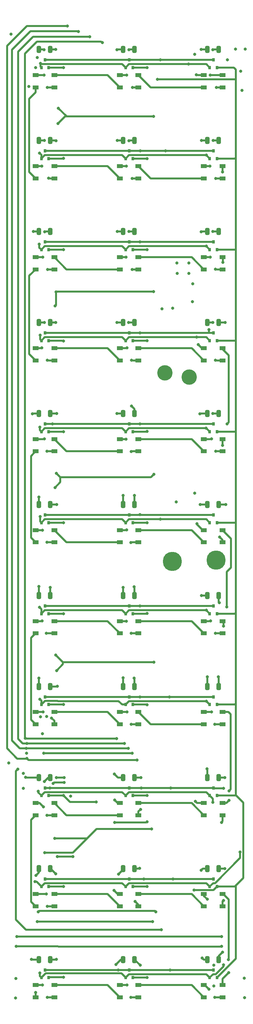
<source format=gbr>
%TF.GenerationSoftware,KiCad,Pcbnew,(6.0.7-1)-1*%
%TF.CreationDate,2023-12-02T14:15:26+01:00*%
%TF.ProjectId,11x3,31317833-2e6b-4696-9361-645f70636258,rev?*%
%TF.SameCoordinates,Original*%
%TF.FileFunction,Copper,L1,Top*%
%TF.FilePolarity,Positive*%
%FSLAX46Y46*%
G04 Gerber Fmt 4.6, Leading zero omitted, Abs format (unit mm)*
G04 Created by KiCad (PCBNEW (6.0.7-1)-1) date 2023-12-02 14:15:26*
%MOMM*%
%LPD*%
G01*
G04 APERTURE LIST*
G04 Aperture macros list*
%AMRoundRect*
0 Rectangle with rounded corners*
0 $1 Rounding radius*
0 $2 $3 $4 $5 $6 $7 $8 $9 X,Y pos of 4 corners*
0 Add a 4 corners polygon primitive as box body*
4,1,4,$2,$3,$4,$5,$6,$7,$8,$9,$2,$3,0*
0 Add four circle primitives for the rounded corners*
1,1,$1+$1,$2,$3*
1,1,$1+$1,$4,$5*
1,1,$1+$1,$6,$7*
1,1,$1+$1,$8,$9*
0 Add four rect primitives between the rounded corners*
20,1,$1+$1,$2,$3,$4,$5,0*
20,1,$1+$1,$4,$5,$6,$7,0*
20,1,$1+$1,$6,$7,$8,$9,0*
20,1,$1+$1,$8,$9,$2,$3,0*%
G04 Aperture macros list end*
%TA.AperFunction,SMDPad,CuDef*%
%ADD10R,1.500000X1.000000*%
%TD*%
%TA.AperFunction,SMDPad,CuDef*%
%ADD11R,0.800000X0.900000*%
%TD*%
%TA.AperFunction,SMDPad,CuDef*%
%ADD12RoundRect,0.250000X0.325000X0.650000X-0.325000X0.650000X-0.325000X-0.650000X0.325000X-0.650000X0*%
%TD*%
%TA.AperFunction,SMDPad,CuDef*%
%ADD13RoundRect,0.250000X-0.325000X-0.650000X0.325000X-0.650000X0.325000X0.650000X-0.325000X0.650000X0*%
%TD*%
%TA.AperFunction,ViaPad*%
%ADD14C,4.000000*%
%TD*%
%TA.AperFunction,ViaPad*%
%ADD15C,0.800000*%
%TD*%
%TA.AperFunction,ViaPad*%
%ADD16C,5.000000*%
%TD*%
%TA.AperFunction,Conductor*%
%ADD17C,0.500000*%
%TD*%
G04 APERTURE END LIST*
D10*
%TO.P,D1,1,VSS*%
%TO.N,GND*%
X57066201Y-39306401D03*
%TO.P,D1,2,DIN*%
%TO.N,Net-(D1-Pad2)*%
X57066201Y-42506401D03*
%TO.P,D1,3,VDD*%
%TO.N,P*%
X61966201Y-42506401D03*
%TO.P,D1,4,DOUT*%
%TO.N,Net-(D1-Pad4)*%
X61966201Y-39306401D03*
%TD*%
%TO.P,D2,1,VSS*%
%TO.N,GND*%
X79066201Y-39306401D03*
%TO.P,D2,2,DIN*%
%TO.N,Net-(D1-Pad4)*%
X79066201Y-42506401D03*
%TO.P,D2,3,VDD*%
%TO.N,P*%
X83966201Y-42506401D03*
%TO.P,D2,4,DOUT*%
%TO.N,Net-(D2-Pad4)*%
X83966201Y-39306401D03*
%TD*%
%TO.P,D3,1,VSS*%
%TO.N,GND*%
X101066201Y-39306401D03*
%TO.P,D3,2,DIN*%
%TO.N,Net-(D2-Pad4)*%
X101066201Y-42506401D03*
%TO.P,D3,3,VDD*%
%TO.N,P*%
X105966201Y-42506401D03*
%TO.P,D3,4,DOUT*%
%TO.N,LedOut*%
X105966201Y-39306401D03*
%TD*%
%TO.P,D4,1,VSS*%
%TO.N,GND*%
X61966201Y-66206401D03*
%TO.P,D4,2,DIN*%
%TO.N,Net-(D4-Pad2)*%
X61966201Y-63006401D03*
%TO.P,D4,3,VDD*%
%TO.N,P*%
X57066201Y-63006401D03*
%TO.P,D4,4,DOUT*%
%TO.N,Net-(D1-Pad2)*%
X57066201Y-66206401D03*
%TD*%
%TO.P,D5,1,VSS*%
%TO.N,GND*%
X83966201Y-66206401D03*
%TO.P,D5,2,DIN*%
%TO.N,Net-(D5-Pad2)*%
X83966201Y-63006401D03*
%TO.P,D5,3,VDD*%
%TO.N,P*%
X79066201Y-63006401D03*
%TO.P,D5,4,DOUT*%
%TO.N,Net-(D4-Pad2)*%
X79066201Y-66206401D03*
%TD*%
%TO.P,D6,1,VSS*%
%TO.N,GND*%
X105966201Y-66206401D03*
%TO.P,D6,2,DIN*%
%TO.N,Net-(D6-Pad2)*%
X105966201Y-63006401D03*
%TO.P,D6,3,VDD*%
%TO.N,P*%
X101066201Y-63006401D03*
%TO.P,D6,4,DOUT*%
%TO.N,Net-(D5-Pad2)*%
X101066201Y-66206401D03*
%TD*%
%TO.P,D7,1,VSS*%
%TO.N,GND*%
X57066201Y-86706401D03*
%TO.P,D7,2,DIN*%
%TO.N,Net-(D10-Pad4)*%
X57066201Y-89906401D03*
%TO.P,D7,3,VDD*%
%TO.N,P*%
X61966201Y-89906401D03*
%TO.P,D7,4,DOUT*%
%TO.N,Net-(D7-Pad4)*%
X61966201Y-86706401D03*
%TD*%
%TO.P,D8,1,VSS*%
%TO.N,GND*%
X79066201Y-86706401D03*
%TO.P,D8,2,DIN*%
%TO.N,Net-(D7-Pad4)*%
X79066201Y-89906401D03*
%TO.P,D8,3,VDD*%
%TO.N,P*%
X83966201Y-89906401D03*
%TO.P,D8,4,DOUT*%
%TO.N,Net-(D8-Pad4)*%
X83966201Y-86706401D03*
%TD*%
%TO.P,D9,1,VSS*%
%TO.N,GND*%
X101066201Y-86706401D03*
%TO.P,D9,2,DIN*%
%TO.N,Net-(D8-Pad4)*%
X101066201Y-89906401D03*
%TO.P,D9,3,VDD*%
%TO.N,P*%
X105966201Y-89906401D03*
%TO.P,D9,4,DOUT*%
%TO.N,Net-(D6-Pad2)*%
X105966201Y-86706401D03*
%TD*%
%TO.P,D10,1,VSS*%
%TO.N,GND*%
X61966201Y-113606401D03*
%TO.P,D10,2,DIN*%
%TO.N,Net-(D10-Pad2)*%
X61966201Y-110406401D03*
%TO.P,D10,3,VDD*%
%TO.N,P*%
X57066201Y-110406401D03*
%TO.P,D10,4,DOUT*%
%TO.N,Net-(D10-Pad4)*%
X57066201Y-113606401D03*
%TD*%
%TO.P,D11,1,VSS*%
%TO.N,GND*%
X83966201Y-113606401D03*
%TO.P,D11,2,DIN*%
%TO.N,Net-(D11-Pad2)*%
X83966201Y-110406401D03*
%TO.P,D11,3,VDD*%
%TO.N,P*%
X79066201Y-110406401D03*
%TO.P,D11,4,DOUT*%
%TO.N,Net-(D10-Pad2)*%
X79066201Y-113606401D03*
%TD*%
%TO.P,D12,1,VSS*%
%TO.N,GND*%
X105966201Y-113606401D03*
%TO.P,D12,2,DIN*%
%TO.N,Net-(D12-Pad2)*%
X105966201Y-110406401D03*
%TO.P,D12,3,VDD*%
%TO.N,P*%
X101066201Y-110406401D03*
%TO.P,D12,4,DOUT*%
%TO.N,Net-(D11-Pad2)*%
X101066201Y-113606401D03*
%TD*%
%TO.P,D13,1,VSS*%
%TO.N,GND*%
X57066201Y-134106401D03*
%TO.P,D13,2,DIN*%
%TO.N,Net-(D13-Pad2)*%
X57066201Y-137306401D03*
%TO.P,D13,3,VDD*%
%TO.N,P*%
X61966201Y-137306401D03*
%TO.P,D13,4,DOUT*%
%TO.N,Net-(D13-Pad4)*%
X61966201Y-134106401D03*
%TD*%
%TO.P,D14,1,VSS*%
%TO.N,GND*%
X79066201Y-134106401D03*
%TO.P,D14,2,DIN*%
%TO.N,Net-(D13-Pad4)*%
X79066201Y-137306401D03*
%TO.P,D14,3,VDD*%
%TO.N,P*%
X83966201Y-137306401D03*
%TO.P,D14,4,DOUT*%
%TO.N,Net-(D14-Pad4)*%
X83966201Y-134106401D03*
%TD*%
%TO.P,D15,1,VSS*%
%TO.N,GND*%
X101066201Y-134106401D03*
%TO.P,D15,2,DIN*%
%TO.N,Net-(D14-Pad4)*%
X101066201Y-137306401D03*
%TO.P,D15,3,VDD*%
%TO.N,P*%
X105966201Y-137306401D03*
%TO.P,D15,4,DOUT*%
%TO.N,Net-(D12-Pad2)*%
X105966201Y-134106401D03*
%TD*%
%TO.P,D16,1,VSS*%
%TO.N,GND*%
X61966201Y-161006401D03*
%TO.P,D16,2,DIN*%
%TO.N,Net-(D16-Pad2)*%
X61966201Y-157806401D03*
%TO.P,D16,3,VDD*%
%TO.N,P*%
X57066201Y-157806401D03*
%TO.P,D16,4,DOUT*%
%TO.N,Net-(D13-Pad2)*%
X57066201Y-161006401D03*
%TD*%
%TO.P,D17,1,VSS*%
%TO.N,GND*%
X83966201Y-161006401D03*
%TO.P,D17,2,DIN*%
%TO.N,Net-(D17-Pad2)*%
X83966201Y-157806401D03*
%TO.P,D17,3,VDD*%
%TO.N,P*%
X79066201Y-157806401D03*
%TO.P,D17,4,DOUT*%
%TO.N,Net-(D16-Pad2)*%
X79066201Y-161006401D03*
%TD*%
%TO.P,D18,1,VSS*%
%TO.N,GND*%
X105966201Y-161006401D03*
%TO.P,D18,2,DIN*%
%TO.N,Net-(D18-Pad2)*%
X105966201Y-157806401D03*
%TO.P,D18,3,VDD*%
%TO.N,P*%
X101066201Y-157806401D03*
%TO.P,D18,4,DOUT*%
%TO.N,Net-(D17-Pad2)*%
X101066201Y-161006401D03*
%TD*%
%TO.P,D19,1,VSS*%
%TO.N,GND*%
X57066201Y-181506401D03*
%TO.P,D19,2,DIN*%
%TO.N,Net-(D19-Pad2)*%
X57066201Y-184706401D03*
%TO.P,D19,3,VDD*%
%TO.N,P*%
X61966201Y-184706401D03*
%TO.P,D19,4,DOUT*%
%TO.N,Net-(D19-Pad4)*%
X61966201Y-181506401D03*
%TD*%
%TO.P,D20,1,VSS*%
%TO.N,GND*%
X79066201Y-181506401D03*
%TO.P,D20,2,DIN*%
%TO.N,Net-(D19-Pad4)*%
X79066201Y-184706401D03*
%TO.P,D20,3,VDD*%
%TO.N,P*%
X83966201Y-184706401D03*
%TO.P,D20,4,DOUT*%
%TO.N,Net-(D20-Pad4)*%
X83966201Y-181506401D03*
%TD*%
%TO.P,D21,1,VSS*%
%TO.N,GND*%
X101066201Y-181506401D03*
%TO.P,D21,2,DIN*%
%TO.N,Net-(D20-Pad4)*%
X101066201Y-184706401D03*
%TO.P,D21,3,VDD*%
%TO.N,P*%
X105966201Y-184706401D03*
%TO.P,D21,4,DOUT*%
%TO.N,Net-(D18-Pad2)*%
X105966201Y-181506401D03*
%TD*%
%TO.P,D22,1,VSS*%
%TO.N,GND*%
X61966201Y-208406401D03*
%TO.P,D22,2,DIN*%
%TO.N,Net-(D22-Pad2)*%
X61966201Y-205206401D03*
%TO.P,D22,3,VDD*%
%TO.N,P*%
X57066201Y-205206401D03*
%TO.P,D22,4,DOUT*%
%TO.N,Net-(D19-Pad2)*%
X57066201Y-208406401D03*
%TD*%
%TO.P,D23,1,VSS*%
%TO.N,GND*%
X83966201Y-208406401D03*
%TO.P,D23,2,DIN*%
%TO.N,Net-(D23-Pad2)*%
X83966201Y-205206401D03*
%TO.P,D23,3,VDD*%
%TO.N,P*%
X79066201Y-205206401D03*
%TO.P,D23,4,DOUT*%
%TO.N,Net-(D22-Pad2)*%
X79066201Y-208406401D03*
%TD*%
%TO.P,D24,1,VSS*%
%TO.N,GND*%
X105966201Y-208406401D03*
%TO.P,D24,2,DIN*%
%TO.N,Net-(D24-Pad2)*%
X105966201Y-205206401D03*
%TO.P,D24,3,VDD*%
%TO.N,P*%
X101066201Y-205206401D03*
%TO.P,D24,4,DOUT*%
%TO.N,Net-(D23-Pad2)*%
X101066201Y-208406401D03*
%TD*%
D11*
%TO.P,U1,1,VCC*%
%TO.N,PQ1*%
X58590000Y-37360000D03*
%TO.P,U1,2,OUT*%
%TO.N,HallOut1*%
X60490000Y-37360000D03*
%TO.P,U1,3,GND*%
%TO.N,AGND*%
X59540000Y-35360000D03*
%TD*%
%TO.P,U2,1,VCC*%
%TO.N,PQ1*%
X80590000Y-37360000D03*
%TO.P,U2,2,OUT*%
%TO.N,HallOut2*%
X82490000Y-37360000D03*
%TO.P,U2,3,GND*%
%TO.N,AGND*%
X81540000Y-35360000D03*
%TD*%
%TO.P,U3,1,VCC*%
%TO.N,PQ1*%
X102590000Y-37360000D03*
%TO.P,U3,2,OUT*%
%TO.N,HallOut3*%
X104490000Y-37360000D03*
%TO.P,U3,3,GND*%
%TO.N,AGND*%
X103540000Y-35360000D03*
%TD*%
%TO.P,U4,1,VCC*%
%TO.N,PQ2*%
X58590000Y-61060000D03*
%TO.P,U4,2,OUT*%
%TO.N,HallOut1*%
X60490000Y-61060000D03*
%TO.P,U4,3,GND*%
%TO.N,AGND*%
X59540000Y-59060000D03*
%TD*%
%TO.P,U5,1,VCC*%
%TO.N,PQ2*%
X80590000Y-61060000D03*
%TO.P,U5,2,OUT*%
%TO.N,HallOut2*%
X82490000Y-61060000D03*
%TO.P,U5,3,GND*%
%TO.N,AGND*%
X81540000Y-59060000D03*
%TD*%
%TO.P,U6,1,VCC*%
%TO.N,PQ2*%
X102590000Y-61060000D03*
%TO.P,U6,2,OUT*%
%TO.N,HallOut3*%
X104490000Y-61060000D03*
%TO.P,U6,3,GND*%
%TO.N,AGND*%
X103540000Y-59060000D03*
%TD*%
%TO.P,U7,1,VCC*%
%TO.N,PQ3*%
X58590000Y-84760000D03*
%TO.P,U7,2,OUT*%
%TO.N,HallOut1*%
X60490000Y-84760000D03*
%TO.P,U7,3,GND*%
%TO.N,AGND*%
X59540000Y-82760000D03*
%TD*%
%TO.P,U8,1,VCC*%
%TO.N,PQ3*%
X80590000Y-84760000D03*
%TO.P,U8,2,OUT*%
%TO.N,HallOut2*%
X82490000Y-84760000D03*
%TO.P,U8,3,GND*%
%TO.N,AGND*%
X81540000Y-82760000D03*
%TD*%
%TO.P,U9,1,VCC*%
%TO.N,PQ3*%
X102590000Y-84760000D03*
%TO.P,U9,2,OUT*%
%TO.N,HallOut3*%
X104490000Y-84760000D03*
%TO.P,U9,3,GND*%
%TO.N,AGND*%
X103540000Y-82760000D03*
%TD*%
%TO.P,U10,1,VCC*%
%TO.N,PQ4*%
X58590000Y-108460000D03*
%TO.P,U10,2,OUT*%
%TO.N,HallOut1*%
X60490000Y-108460000D03*
%TO.P,U10,3,GND*%
%TO.N,AGND*%
X59540000Y-106460000D03*
%TD*%
%TO.P,U11,1,VCC*%
%TO.N,PQ4*%
X80590000Y-108460000D03*
%TO.P,U11,2,OUT*%
%TO.N,HallOut2*%
X82490000Y-108460000D03*
%TO.P,U11,3,GND*%
%TO.N,AGND*%
X81540000Y-106460000D03*
%TD*%
%TO.P,U12,1,VCC*%
%TO.N,PQ4*%
X102590000Y-108460000D03*
%TO.P,U12,2,OUT*%
%TO.N,HallOut3*%
X104490000Y-108460000D03*
%TO.P,U12,3,GND*%
%TO.N,AGND*%
X103540000Y-106460000D03*
%TD*%
%TO.P,U13,1,VCC*%
%TO.N,PQ5*%
X58590000Y-132160000D03*
%TO.P,U13,2,OUT*%
%TO.N,HallOut1*%
X60490000Y-132160000D03*
%TO.P,U13,3,GND*%
%TO.N,AGND*%
X59540000Y-130160000D03*
%TD*%
%TO.P,U14,1,VCC*%
%TO.N,PQ5*%
X80590000Y-132160000D03*
%TO.P,U14,2,OUT*%
%TO.N,HallOut2*%
X82490000Y-132160000D03*
%TO.P,U14,3,GND*%
%TO.N,AGND*%
X81540000Y-130160000D03*
%TD*%
%TO.P,U15,1,VCC*%
%TO.N,PQ5*%
X102590000Y-132160000D03*
%TO.P,U15,2,OUT*%
%TO.N,HallOut3*%
X104490000Y-132160000D03*
%TO.P,U15,3,GND*%
%TO.N,AGND*%
X103540000Y-130160000D03*
%TD*%
%TO.P,U16,1,VCC*%
%TO.N,PQ6*%
X58590000Y-155860000D03*
%TO.P,U16,2,OUT*%
%TO.N,HallOut1*%
X60490000Y-155860000D03*
%TO.P,U16,3,GND*%
%TO.N,AGND*%
X59540000Y-153860000D03*
%TD*%
%TO.P,U17,1,VCC*%
%TO.N,PQ6*%
X80590000Y-155860000D03*
%TO.P,U17,2,OUT*%
%TO.N,HallOut2*%
X82490000Y-155860000D03*
%TO.P,U17,3,GND*%
%TO.N,AGND*%
X81540000Y-153860000D03*
%TD*%
%TO.P,U18,1,VCC*%
%TO.N,PQ6*%
X102590000Y-155860000D03*
%TO.P,U18,2,OUT*%
%TO.N,HallOut3*%
X104490000Y-155860000D03*
%TO.P,U18,3,GND*%
%TO.N,AGND*%
X103540000Y-153860000D03*
%TD*%
%TO.P,U19,1,VCC*%
%TO.N,PQ7*%
X58590000Y-179560000D03*
%TO.P,U19,2,OUT*%
%TO.N,HallOut1*%
X60490000Y-179560000D03*
%TO.P,U19,3,GND*%
%TO.N,AGND*%
X59540000Y-177560000D03*
%TD*%
%TO.P,U20,1,VCC*%
%TO.N,PQ7*%
X80590000Y-179560000D03*
%TO.P,U20,2,OUT*%
%TO.N,HallOut2*%
X82490000Y-179560000D03*
%TO.P,U20,3,GND*%
%TO.N,AGND*%
X81540000Y-177560000D03*
%TD*%
%TO.P,U21,1,VCC*%
%TO.N,PQ7*%
X102590000Y-179560000D03*
%TO.P,U21,2,OUT*%
%TO.N,HallOut3*%
X104490000Y-179560000D03*
%TO.P,U21,3,GND*%
%TO.N,AGND*%
X103540000Y-177560000D03*
%TD*%
%TO.P,U22,1,VCC*%
%TO.N,PQ8*%
X58590000Y-203260000D03*
%TO.P,U22,2,OUT*%
%TO.N,HallOut1*%
X60490000Y-203260000D03*
%TO.P,U22,3,GND*%
%TO.N,AGND*%
X59540000Y-201260000D03*
%TD*%
%TO.P,U23,1,VCC*%
%TO.N,PQ8*%
X80590000Y-203260000D03*
%TO.P,U23,2,OUT*%
%TO.N,HallOut2*%
X82490000Y-203260000D03*
%TO.P,U23,3,GND*%
%TO.N,AGND*%
X81540000Y-201260000D03*
%TD*%
%TO.P,U24,1,VCC*%
%TO.N,PQ8*%
X102590000Y-203260000D03*
%TO.P,U24,2,OUT*%
%TO.N,HallOut3*%
X104490000Y-203260000D03*
%TO.P,U24,3,GND*%
%TO.N,AGND*%
X103540000Y-201260000D03*
%TD*%
%TO.P,U29,1,VCC*%
%TO.N,PQ10*%
X80590000Y-250660000D03*
%TO.P,U29,2,OUT*%
%TO.N,HallOut2*%
X82490000Y-250660000D03*
%TO.P,U29,3,GND*%
%TO.N,AGND*%
X81540000Y-248660000D03*
%TD*%
D12*
%TO.P,C1,1*%
%TO.N,P*%
X60891800Y-32660000D03*
%TO.P,C1,2*%
%TO.N,GND*%
X57941800Y-32660000D03*
%TD*%
D13*
%TO.P,C26,1*%
%TO.N,P*%
X79941800Y-222260000D03*
%TO.P,C26,2*%
%TO.N,GND*%
X82891800Y-222260000D03*
%TD*%
D12*
%TO.P,C14,1*%
%TO.N,P*%
X82891800Y-127460000D03*
%TO.P,C14,2*%
%TO.N,GND*%
X79941800Y-127460000D03*
%TD*%
D10*
%TO.P,D27,1,VSS*%
%TO.N,GND*%
X101066201Y-228906401D03*
%TO.P,D27,2,DIN*%
%TO.N,Net-(D26-Pad4)*%
X101066201Y-232106401D03*
%TO.P,D27,3,VDD*%
%TO.N,P*%
X105966201Y-232106401D03*
%TO.P,D27,4,DOUT*%
%TO.N,Net-(D24-Pad2)*%
X105966201Y-228906401D03*
%TD*%
%TO.P,D31,1,VSS*%
%TO.N,GND*%
X57066201Y-276306401D03*
%TO.P,D31,2,DIN*%
%TO.N,LedIn*%
X57066201Y-279506401D03*
%TO.P,D31,3,VDD*%
%TO.N,P*%
X61966201Y-279506401D03*
%TO.P,D31,4,DOUT*%
%TO.N,Net-(D31-Pad4)*%
X61966201Y-276306401D03*
%TD*%
D12*
%TO.P,C8,1*%
%TO.N,P*%
X82891800Y-80060000D03*
%TO.P,C8,2*%
%TO.N,GND*%
X79941800Y-80060000D03*
%TD*%
D10*
%TO.P,D29,1,VSS*%
%TO.N,GND*%
X83966201Y-255806401D03*
%TO.P,D29,2,DIN*%
%TO.N,Net-(D29-Pad2)*%
X83966201Y-252606401D03*
%TO.P,D29,3,VDD*%
%TO.N,P*%
X79066201Y-252606401D03*
%TO.P,D29,4,DOUT*%
%TO.N,Net-(D28-Pad2)*%
X79066201Y-255806401D03*
%TD*%
D12*
%TO.P,C9,1*%
%TO.N,P*%
X104891800Y-80060000D03*
%TO.P,C9,2*%
%TO.N,GND*%
X101941800Y-80060000D03*
%TD*%
%TO.P,C19,1*%
%TO.N,P*%
X60891800Y-174860000D03*
%TO.P,C19,2*%
%TO.N,GND*%
X57941800Y-174860000D03*
%TD*%
%TO.P,C7,1*%
%TO.N,P*%
X60891800Y-80060000D03*
%TO.P,C7,2*%
%TO.N,GND*%
X57941800Y-80060000D03*
%TD*%
D13*
%TO.P,C4,1*%
%TO.N,P*%
X57941800Y-56360000D03*
%TO.P,C4,2*%
%TO.N,GND*%
X60891800Y-56360000D03*
%TD*%
D11*
%TO.P,U28,1,VCC*%
%TO.N,PQ10*%
X58590000Y-250660000D03*
%TO.P,U28,2,OUT*%
%TO.N,HallOut1*%
X60490000Y-250660000D03*
%TO.P,U28,3,GND*%
%TO.N,AGND*%
X59540000Y-248660000D03*
%TD*%
%TO.P,U26,1,VCC*%
%TO.N,PQ9*%
X80590000Y-226960000D03*
%TO.P,U26,2,OUT*%
%TO.N,HallOut2*%
X82490000Y-226960000D03*
%TO.P,U26,3,GND*%
%TO.N,AGND*%
X81540000Y-224960000D03*
%TD*%
D13*
%TO.P,C25,1*%
%TO.N,P*%
X57941800Y-222260000D03*
%TO.P,C25,2*%
%TO.N,GND*%
X60891800Y-222260000D03*
%TD*%
D11*
%TO.P,U32,1,VCC*%
%TO.N,PQ11*%
X80590000Y-274360000D03*
%TO.P,U32,2,OUT*%
%TO.N,HallOut2*%
X82490000Y-274360000D03*
%TO.P,U32,3,GND*%
%TO.N,AGND*%
X81540000Y-272360000D03*
%TD*%
D13*
%TO.P,C23,1*%
%TO.N,P*%
X79941800Y-198560000D03*
%TO.P,C23,2*%
%TO.N,GND*%
X82891800Y-198560000D03*
%TD*%
D12*
%TO.P,C13,1*%
%TO.N,P*%
X60891800Y-127460000D03*
%TO.P,C13,2*%
%TO.N,GND*%
X57941800Y-127460000D03*
%TD*%
D10*
%TO.P,D26,1,VSS*%
%TO.N,GND*%
X79066201Y-228906401D03*
%TO.P,D26,2,DIN*%
%TO.N,Net-(D25-Pad4)*%
X79066201Y-232106401D03*
%TO.P,D26,3,VDD*%
%TO.N,P*%
X83966201Y-232106401D03*
%TO.P,D26,4,DOUT*%
%TO.N,Net-(D26-Pad4)*%
X83966201Y-228906401D03*
%TD*%
D11*
%TO.P,U30,1,VCC*%
%TO.N,PQ10*%
X102590000Y-250660000D03*
%TO.P,U30,2,OUT*%
%TO.N,HallOut3*%
X104490000Y-250660000D03*
%TO.P,U30,3,GND*%
%TO.N,AGND*%
X103540000Y-248660000D03*
%TD*%
D13*
%TO.P,C30,1*%
%TO.N,P*%
X101941800Y-245960000D03*
%TO.P,C30,2*%
%TO.N,GND*%
X104891800Y-245960000D03*
%TD*%
D12*
%TO.P,C32,1*%
%TO.N,P*%
X82891800Y-269660000D03*
%TO.P,C32,2*%
%TO.N,GND*%
X79941800Y-269660000D03*
%TD*%
D10*
%TO.P,D30,1,VSS*%
%TO.N,GND*%
X105966201Y-255806401D03*
%TO.P,D30,2,DIN*%
%TO.N,Net-(D30-Pad2)*%
X105966201Y-252606401D03*
%TO.P,D30,3,VDD*%
%TO.N,P*%
X101066201Y-252606401D03*
%TO.P,D30,4,DOUT*%
%TO.N,Net-(D29-Pad2)*%
X101066201Y-255806401D03*
%TD*%
D13*
%TO.P,C27,1*%
%TO.N,P*%
X101941800Y-222260000D03*
%TO.P,C27,2*%
%TO.N,GND*%
X104891800Y-222260000D03*
%TD*%
%TO.P,C22,1*%
%TO.N,P*%
X57941800Y-198560000D03*
%TO.P,C22,2*%
%TO.N,GND*%
X60891800Y-198560000D03*
%TD*%
D10*
%TO.P,D28,1,VSS*%
%TO.N,GND*%
X61966201Y-255806401D03*
%TO.P,D28,2,DIN*%
%TO.N,Net-(D28-Pad2)*%
X61966201Y-252606401D03*
%TO.P,D28,3,VDD*%
%TO.N,P*%
X57066201Y-252606401D03*
%TO.P,D28,4,DOUT*%
%TO.N,Net-(D25-Pad2)*%
X57066201Y-255806401D03*
%TD*%
%TO.P,D25,1,VSS*%
%TO.N,GND*%
X57066201Y-228906401D03*
%TO.P,D25,2,DIN*%
%TO.N,Net-(D25-Pad2)*%
X57066201Y-232106401D03*
%TO.P,D25,3,VDD*%
%TO.N,P*%
X61966201Y-232106401D03*
%TO.P,D25,4,DOUT*%
%TO.N,Net-(D25-Pad4)*%
X61966201Y-228906401D03*
%TD*%
D11*
%TO.P,U33,1,VCC*%
%TO.N,PQ11*%
X102590000Y-274360000D03*
%TO.P,U33,2,OUT*%
%TO.N,HallOut3*%
X104490000Y-274360000D03*
%TO.P,U33,3,GND*%
%TO.N,AGND*%
X103540000Y-272360000D03*
%TD*%
D13*
%TO.P,C12,1*%
%TO.N,P*%
X101941800Y-103760000D03*
%TO.P,C12,2*%
%TO.N,GND*%
X104891800Y-103760000D03*
%TD*%
%TO.P,C11,1*%
%TO.N,P*%
X79941800Y-103760000D03*
%TO.P,C11,2*%
%TO.N,GND*%
X82891800Y-103760000D03*
%TD*%
D12*
%TO.P,C33,1*%
%TO.N,P*%
X104891800Y-269660000D03*
%TO.P,C33,2*%
%TO.N,GND*%
X101941800Y-269660000D03*
%TD*%
D11*
%TO.P,U25,1,VCC*%
%TO.N,PQ9*%
X58590000Y-226960000D03*
%TO.P,U25,2,OUT*%
%TO.N,HallOut1*%
X60490000Y-226960000D03*
%TO.P,U25,3,GND*%
%TO.N,AGND*%
X59540000Y-224960000D03*
%TD*%
D13*
%TO.P,C17,1*%
%TO.N,P*%
X79941800Y-151160000D03*
%TO.P,C17,2*%
%TO.N,GND*%
X82891800Y-151160000D03*
%TD*%
D12*
%TO.P,C15,1*%
%TO.N,P*%
X104891800Y-127460000D03*
%TO.P,C15,2*%
%TO.N,GND*%
X101941800Y-127460000D03*
%TD*%
D13*
%TO.P,C10,1*%
%TO.N,P*%
X57941800Y-103760000D03*
%TO.P,C10,2*%
%TO.N,GND*%
X60891800Y-103760000D03*
%TD*%
%TO.P,C5,1*%
%TO.N,P*%
X79941800Y-56360000D03*
%TO.P,C5,2*%
%TO.N,GND*%
X82891800Y-56360000D03*
%TD*%
%TO.P,C24,1*%
%TO.N,P*%
X101941800Y-198560000D03*
%TO.P,C24,2*%
%TO.N,GND*%
X104891800Y-198560000D03*
%TD*%
D12*
%TO.P,C3,1*%
%TO.N,P*%
X104891800Y-32660000D03*
%TO.P,C3,2*%
%TO.N,GND*%
X101941800Y-32660000D03*
%TD*%
D13*
%TO.P,C6,1*%
%TO.N,P*%
X101941800Y-56360000D03*
%TO.P,C6,2*%
%TO.N,GND*%
X104891800Y-56360000D03*
%TD*%
D11*
%TO.P,U27,1,VCC*%
%TO.N,PQ9*%
X102590000Y-226960000D03*
%TO.P,U27,2,OUT*%
%TO.N,HallOut3*%
X104490000Y-226960000D03*
%TO.P,U27,3,GND*%
%TO.N,AGND*%
X103540000Y-224960000D03*
%TD*%
D12*
%TO.P,C2,1*%
%TO.N,P*%
X82891800Y-32660000D03*
%TO.P,C2,2*%
%TO.N,GND*%
X79941800Y-32660000D03*
%TD*%
D13*
%TO.P,C18,1*%
%TO.N,P*%
X101941800Y-151160000D03*
%TO.P,C18,2*%
%TO.N,GND*%
X104891800Y-151160000D03*
%TD*%
D12*
%TO.P,C21,1*%
%TO.N,P*%
X104891800Y-174860000D03*
%TO.P,C21,2*%
%TO.N,GND*%
X101941800Y-174860000D03*
%TD*%
D13*
%TO.P,C29,1*%
%TO.N,P*%
X79941800Y-245960000D03*
%TO.P,C29,2*%
%TO.N,GND*%
X82891800Y-245960000D03*
%TD*%
D10*
%TO.P,D33,1,VSS*%
%TO.N,GND*%
X101066201Y-276306401D03*
%TO.P,D33,2,DIN*%
%TO.N,Net-(D32-Pad4)*%
X101066201Y-279506401D03*
%TO.P,D33,3,VDD*%
%TO.N,P*%
X105966201Y-279506401D03*
%TO.P,D33,4,DOUT*%
%TO.N,Net-(D30-Pad2)*%
X105966201Y-276306401D03*
%TD*%
D13*
%TO.P,C28,1*%
%TO.N,P*%
X57941800Y-245960000D03*
%TO.P,C28,2*%
%TO.N,GND*%
X60891800Y-245960000D03*
%TD*%
%TO.P,C16,1*%
%TO.N,P*%
X57941800Y-151160000D03*
%TO.P,C16,2*%
%TO.N,GND*%
X60891800Y-151160000D03*
%TD*%
D12*
%TO.P,C31,1*%
%TO.N,P*%
X60891800Y-269660000D03*
%TO.P,C31,2*%
%TO.N,GND*%
X57941800Y-269660000D03*
%TD*%
D10*
%TO.P,D32,1,VSS*%
%TO.N,GND*%
X79066201Y-276306401D03*
%TO.P,D32,2,DIN*%
%TO.N,Net-(D31-Pad4)*%
X79066201Y-279506401D03*
%TO.P,D32,3,VDD*%
%TO.N,P*%
X83966201Y-279506401D03*
%TO.P,D32,4,DOUT*%
%TO.N,Net-(D32-Pad4)*%
X83966201Y-276306401D03*
%TD*%
D12*
%TO.P,C20,1*%
%TO.N,P*%
X82891800Y-174860000D03*
%TO.P,C20,2*%
%TO.N,GND*%
X79941800Y-174860000D03*
%TD*%
D11*
%TO.P,U31,1,VCC*%
%TO.N,PQ11*%
X58590000Y-274360000D03*
%TO.P,U31,2,OUT*%
%TO.N,HallOut1*%
X60490000Y-274360000D03*
%TO.P,U31,3,GND*%
%TO.N,AGND*%
X59540000Y-272360000D03*
%TD*%
D14*
%TO.N,P*%
X97200000Y-118000000D03*
%TO.N,GND*%
X90900000Y-116850000D03*
D15*
%TO.N,P*%
X94000000Y-88280000D03*
X62520000Y-269640000D03*
X77660000Y-221340000D03*
X104040000Y-89890000D03*
D16*
X92790000Y-165960000D03*
D15*
X103040000Y-205160000D03*
X59900000Y-184700000D03*
X109360000Y-32560000D03*
X62350000Y-32660000D03*
X60220000Y-89900000D03*
X99550000Y-109470000D03*
X103620000Y-271140000D03*
X80930000Y-110360000D03*
X58390000Y-206470000D03*
X82380000Y-42490000D03*
X81470000Y-80060000D03*
X54490000Y-222200000D03*
X82050000Y-137350000D03*
X84410000Y-271150000D03*
X57930000Y-196340000D03*
X57520000Y-34740000D03*
X103920000Y-279530000D03*
X57210000Y-247730000D03*
X104160000Y-137300000D03*
X55280000Y-42270000D03*
X100400000Y-56360000D03*
X80930000Y-205150000D03*
X84488500Y-230539312D03*
X99260000Y-156190000D03*
X82170000Y-125520000D03*
X98630000Y-33880000D03*
X53880000Y-221150000D03*
X111670000Y-279590000D03*
X110990000Y-43320000D03*
X58860000Y-210810000D03*
X80800000Y-63010000D03*
X79940000Y-148770000D03*
X60170000Y-42490000D03*
X60080000Y-137280000D03*
X100330000Y-246380000D03*
X58700000Y-110380000D03*
X54730000Y-215950000D03*
X51820000Y-279700000D03*
X57950000Y-149210000D03*
X80870000Y-157780000D03*
X59370000Y-103750000D03*
X60110000Y-279540000D03*
X81490000Y-32670000D03*
X105080000Y-176740000D03*
X77580000Y-251650000D03*
X59410000Y-56360000D03*
X103390000Y-127440000D03*
X105950000Y-267730000D03*
X58660000Y-63020000D03*
X101950000Y-253970000D03*
X59070000Y-205190000D03*
X82840000Y-172590000D03*
X79960000Y-196260000D03*
X105664000Y-233934000D03*
X82010000Y-279490000D03*
X104370000Y-42530000D03*
X59870000Y-252550000D03*
X101854000Y-219964000D03*
X101940000Y-196010000D03*
X78410000Y-56330000D03*
X60870000Y-172730000D03*
X62560000Y-127450000D03*
X103420000Y-32670000D03*
X100090000Y-151160000D03*
X78310000Y-103780000D03*
X82040000Y-184690000D03*
X103420000Y-80060000D03*
X60060000Y-232090000D03*
X93810000Y-150470000D03*
X58870000Y-157820000D03*
X78740000Y-247396000D03*
X82320000Y-89900000D03*
X59480000Y-80100000D03*
X98120000Y-93690000D03*
X103410000Y-103710000D03*
X104080000Y-184700000D03*
X94110000Y-90950000D03*
X102670000Y-62990000D03*
%TO.N,LedIn*%
X57070000Y-278270000D03*
%TO.N,P3.3*%
X62550000Y-194430000D03*
X88010000Y-192250000D03*
X62950000Y-51930000D03*
X62150000Y-146740000D03*
X59436000Y-241808000D03*
X87870000Y-50090000D03*
X88000000Y-143280000D03*
X62390000Y-95810000D03*
X62340000Y-190370000D03*
X63030000Y-47920000D03*
X87430000Y-235630000D03*
X87870000Y-95660000D03*
X62500000Y-143030000D03*
X62170000Y-99460000D03*
X62110000Y-238100000D03*
%TO.N,GND*%
X104120000Y-113600000D03*
X57900000Y-172480000D03*
X58920000Y-86710000D03*
X100370000Y-80080000D03*
X81000000Y-276300000D03*
X51940000Y-274600000D03*
X82150000Y-113590000D03*
X104160000Y-66220000D03*
X98830000Y-228490000D03*
X106650000Y-103760000D03*
X56000000Y-269620000D03*
X56230000Y-127500000D03*
X82880000Y-148810000D03*
X60060000Y-160980000D03*
X105170000Y-159620000D03*
X78370000Y-32680000D03*
X60470000Y-66180000D03*
X60120000Y-113590000D03*
X103460000Y-56330000D03*
X60170000Y-255800000D03*
X84582000Y-222250000D03*
X98080000Y-98280000D03*
X78330000Y-127450000D03*
X59290000Y-39310000D03*
X80790000Y-181520000D03*
X57060000Y-37330000D03*
X78400000Y-80060000D03*
X80840000Y-39320000D03*
X104820000Y-196010000D03*
X59360000Y-134070000D03*
X100000000Y-127510000D03*
X106550000Y-222250000D03*
X106172000Y-254254000D03*
X62360000Y-103740000D03*
X81470000Y-56370000D03*
X80720000Y-86730000D03*
X111910000Y-32530000D03*
X106520000Y-245980000D03*
X59390000Y-223280000D03*
X62790000Y-198500000D03*
X50660000Y-28600000D03*
X100460000Y-174860000D03*
X81950000Y-161020000D03*
X78070000Y-270920000D03*
X110650000Y-38250000D03*
X90130000Y-100180000D03*
X66200000Y-227100000D03*
X58890000Y-276310000D03*
X99050000Y-39220000D03*
X82290000Y-66210000D03*
X59320000Y-32670000D03*
X79940000Y-172710000D03*
X82070000Y-208400000D03*
X106810000Y-151120000D03*
X59130000Y-229930000D03*
X83100000Y-254550000D03*
X97170000Y-88260000D03*
X50038000Y-218440000D03*
X58780000Y-181440000D03*
X100340000Y-32660000D03*
X84240500Y-245872000D03*
X103900000Y-208400000D03*
X102362000Y-277368000D03*
X107220000Y-35310000D03*
X102740000Y-86690000D03*
X59990000Y-206360000D03*
X77724000Y-228092000D03*
X82830000Y-196330000D03*
X62340000Y-247320000D03*
X98620000Y-148220000D03*
X61260000Y-206770000D03*
X97160000Y-90960000D03*
X81400000Y-103750000D03*
X62620000Y-151120000D03*
X53860000Y-225050000D03*
X100584000Y-269240000D03*
X111600000Y-274500000D03*
D16*
X104220000Y-165620000D03*
D15*
X80700000Y-134120000D03*
X102850000Y-181480000D03*
X103050000Y-134090000D03*
X56490000Y-80060000D03*
X92920000Y-100050000D03*
X103650000Y-276570000D03*
X62440000Y-56380000D03*
%TO.N,Net-(D12-Pad2)*%
X105900000Y-135740000D03*
X107140000Y-130180000D03*
%TO.N,Net-(D6-Pad2)*%
X105980000Y-64510000D03*
X106010000Y-88050000D03*
%TO.N,Net-(D18-Pad2)*%
X107020000Y-177840000D03*
X106190000Y-182810000D03*
%TO.N,Net-(D24-Pad2)*%
X107640000Y-228210000D03*
X107620000Y-225710000D03*
%TO.N,A2*%
X81280000Y-214630000D03*
X68270000Y-27950000D03*
X54650000Y-214640000D03*
%TO.N,E*%
X83566000Y-217678000D03*
X65420000Y-26520000D03*
X54790000Y-217280000D03*
%TO.N,A0*%
X54360000Y-212060000D03*
X74500000Y-30830000D03*
X78232000Y-212090000D03*
%TO.N,A1*%
X54770000Y-213370000D03*
X71260000Y-29300000D03*
X80264000Y-213360000D03*
%TO.N,LedOut*%
X102730000Y-39290000D03*
%TO.N,PQ1*%
X58360000Y-36220000D03*
X97020001Y-36459999D03*
%TO.N,PQ2*%
X58130000Y-59600000D03*
X101689999Y-60159999D03*
%TO.N,PQ3*%
X101689999Y-83859999D03*
X58060000Y-83370000D03*
%TO.N,PQ4*%
X58250000Y-107000000D03*
X99170001Y-107559999D03*
%TO.N,PQ5*%
X58190000Y-130970000D03*
X101630001Y-131259999D03*
%TO.N,PQ6*%
X58280000Y-154320000D03*
X89670001Y-154959999D03*
%TO.N,PQ7*%
X101689999Y-178659999D03*
X58080000Y-177920000D03*
%TO.N,PQ8*%
X101689999Y-202359999D03*
X58210000Y-201830000D03*
%TO.N,HallOut1*%
X64382000Y-61007400D03*
X64382000Y-84781800D03*
X72898000Y-228600000D03*
X64382000Y-132152800D03*
X64382000Y-155901800D03*
X64370000Y-274290000D03*
X64382000Y-250638000D03*
X64382000Y-108556200D03*
X64382000Y-179625400D03*
X64382000Y-226948000D03*
X64382000Y-203196600D03*
X64382000Y-37360000D03*
%TO.N,HallOut2*%
X86226000Y-108480000D03*
X86187500Y-233746663D03*
X86187500Y-226924243D03*
X86226000Y-250624000D03*
X86226000Y-155876400D03*
X77724000Y-233934000D03*
X86226000Y-203272800D03*
X86226000Y-84781800D03*
X86226000Y-61058200D03*
X86226000Y-179549200D03*
X86226000Y-132127400D03*
X86226000Y-37360000D03*
X86220000Y-274370000D03*
%TO.N,HallOut3*%
X98520000Y-251540000D03*
X88890000Y-40390000D03*
%TO.N,AGND*%
X89700000Y-35360000D03*
X84360000Y-153770000D03*
X102390000Y-105590000D03*
X85338000Y-248660000D03*
X92960000Y-248660000D03*
X60790000Y-224960000D03*
X84360000Y-82730000D03*
X78668000Y-272360000D03*
X84360000Y-106420000D03*
X84410000Y-59060000D03*
X84666000Y-224960000D03*
X92372000Y-224960000D03*
X92210000Y-272360000D03*
X84360000Y-201260000D03*
X84360000Y-130120000D03*
X91070000Y-59060000D03*
X61530000Y-130160000D03*
X92040000Y-201260000D03*
X106172000Y-225044000D03*
X84360000Y-177540000D03*
%TO.N,Net-(D30-Pad2)*%
X107520000Y-273110000D03*
X107500000Y-269660000D03*
%TO.N,PQ11*%
X106170000Y-271080000D03*
X58200000Y-273150000D03*
%TO.N,PQ10*%
X56940000Y-249390000D03*
X110540000Y-241650000D03*
%TO.N,PQ9*%
X57780000Y-225860000D03*
X103440000Y-228670000D03*
%TO.N,HallOut4*%
X87680000Y-259790000D03*
X57540000Y-259800000D03*
%TO.N,HallOut5*%
X88529500Y-257250462D03*
X57760000Y-257280000D03*
%TO.N,S1*%
X105664000Y-266192000D03*
X52020000Y-266190000D03*
%TO.N,S0*%
X105664000Y-263652000D03*
X52160000Y-263650000D03*
%TO.N,First_LedIn_3V*%
X52450000Y-220080000D03*
X89940000Y-261860000D03*
%TO.N,A3*%
X82296000Y-215900000D03*
X59182000Y-215900000D03*
%TO.N,Q9*%
X64516000Y-223520000D03*
X61634500Y-223774000D03*
%TO.N,Q10*%
X62484000Y-222250000D03*
X64516000Y-222250000D03*
%TO.N,Q11*%
X66802000Y-242824000D03*
X62738000Y-242824000D03*
%TD*%
D17*
%TO.N,P*%
X79941800Y-222260000D02*
X78580000Y-222260000D01*
X103410000Y-127460000D02*
X103390000Y-127440000D01*
X104056401Y-89906401D02*
X104040000Y-89890000D01*
X80873599Y-205206401D02*
X80930000Y-205150000D01*
X104891800Y-176551800D02*
X105080000Y-176740000D01*
X61966201Y-184706401D02*
X59906401Y-184706401D01*
X60891800Y-127460000D02*
X62550000Y-127460000D01*
X79066201Y-205206401D02*
X80873599Y-205206401D01*
X80843599Y-157806401D02*
X80870000Y-157780000D01*
X105966201Y-137306401D02*
X104166401Y-137306401D01*
X82891800Y-172641800D02*
X82840000Y-172590000D01*
X104166401Y-137306401D02*
X104160000Y-137300000D01*
X60226401Y-89906401D02*
X60220000Y-89900000D01*
X104891800Y-32660000D02*
X103430000Y-32660000D01*
X62500000Y-269660000D02*
X62520000Y-269640000D01*
X83966201Y-137306401D02*
X82093599Y-137306401D01*
X57941800Y-246998200D02*
X57210000Y-247730000D01*
X57066201Y-110406401D02*
X58673599Y-110406401D01*
X100486401Y-110406401D02*
X99550000Y-109470000D01*
X60143599Y-279506401D02*
X60110000Y-279540000D01*
X60891800Y-269660000D02*
X62500000Y-269660000D01*
X60891800Y-172751800D02*
X60870000Y-172730000D01*
X105966201Y-232106401D02*
X105966201Y-233631799D01*
X102993599Y-205206401D02*
X103040000Y-205160000D01*
X79941800Y-151160000D02*
X79941800Y-148771800D01*
X101066201Y-252606401D02*
X101066201Y-253086201D01*
X61966201Y-89906401D02*
X60226401Y-89906401D01*
X82396401Y-42506401D02*
X82380000Y-42490000D01*
X57941800Y-198560000D02*
X57941800Y-196351800D01*
X82326401Y-89906401D02*
X82320000Y-89900000D01*
X57066201Y-205206401D02*
X59053599Y-205206401D01*
X82920000Y-269660000D02*
X84410000Y-271150000D01*
X104891800Y-268788200D02*
X105950000Y-267730000D01*
X105966201Y-279506401D02*
X103943599Y-279506401D01*
X61966201Y-232106401D02*
X60076401Y-232106401D01*
X59520000Y-80060000D02*
X59480000Y-80100000D01*
X104393599Y-42506401D02*
X104370000Y-42530000D01*
X104891800Y-174860000D02*
X104891800Y-176551800D01*
X57941800Y-56360000D02*
X59410000Y-56360000D01*
X101941800Y-222260000D02*
X101941800Y-220051800D01*
X57066201Y-157806401D02*
X58856401Y-157806401D01*
X78330000Y-103760000D02*
X78310000Y-103780000D01*
X81500000Y-32660000D02*
X81490000Y-32670000D01*
X57066201Y-252606401D02*
X59813599Y-252606401D01*
X101066201Y-205206401D02*
X102993599Y-205206401D01*
X79941800Y-148771800D02*
X79940000Y-148770000D01*
X82056401Y-184706401D02*
X82040000Y-184690000D01*
X82093599Y-137306401D02*
X82050000Y-137350000D01*
X105966201Y-42506401D02*
X104393599Y-42506401D01*
X58673599Y-110406401D02*
X58700000Y-110380000D01*
X78440000Y-56360000D02*
X78410000Y-56330000D01*
X103943599Y-279506401D02*
X103920000Y-279530000D01*
X79066201Y-252606401D02*
X78536401Y-252606401D01*
X59053599Y-205206401D02*
X59070000Y-205190000D01*
X100750000Y-245960000D02*
X100330000Y-246380000D01*
X59906401Y-184706401D02*
X59900000Y-184700000D01*
X104891800Y-80060000D02*
X103420000Y-80060000D01*
X105966201Y-184706401D02*
X104086401Y-184706401D01*
X101941800Y-245960000D02*
X100750000Y-245960000D01*
X79941800Y-103760000D02*
X78330000Y-103760000D01*
X101941800Y-151160000D02*
X100090000Y-151160000D01*
X60106401Y-137306401D02*
X60080000Y-137280000D01*
X58646401Y-63006401D02*
X58660000Y-63020000D01*
X105966201Y-89906401D02*
X104056401Y-89906401D01*
X61966201Y-42506401D02*
X60186401Y-42506401D01*
X103430000Y-32660000D02*
X103420000Y-32670000D01*
X57941800Y-151160000D02*
X57941800Y-149218200D01*
X99209846Y-156240154D02*
X99260000Y-156190000D01*
X104086401Y-184706401D02*
X104080000Y-184700000D01*
X80796401Y-63006401D02*
X80800000Y-63010000D01*
X101941800Y-103760000D02*
X103360000Y-103760000D01*
X60891800Y-32660000D02*
X62350000Y-32660000D01*
X101941800Y-198560000D02*
X101941800Y-196011800D01*
X101941800Y-56360000D02*
X100400000Y-56360000D01*
X57941800Y-103760000D02*
X59360000Y-103760000D01*
X54550000Y-222260000D02*
X54490000Y-222200000D01*
X83966201Y-232106401D02*
X83966201Y-231061611D01*
X60891800Y-174860000D02*
X60891800Y-172751800D01*
X58856401Y-157806401D02*
X58870000Y-157820000D01*
X79941800Y-56360000D02*
X78440000Y-56360000D01*
X101941800Y-196011800D02*
X101940000Y-196010000D01*
X57941800Y-196351800D02*
X57930000Y-196340000D01*
X80883599Y-110406401D02*
X80930000Y-110360000D01*
X104891800Y-127460000D02*
X103410000Y-127460000D01*
X82891800Y-174860000D02*
X82891800Y-172641800D01*
X101066201Y-63006401D02*
X102653599Y-63006401D01*
X57066201Y-63006401D02*
X58646401Y-63006401D01*
X79941800Y-246194200D02*
X78740000Y-247396000D01*
X60186401Y-42506401D02*
X60170000Y-42490000D01*
X101941800Y-220051800D02*
X101854000Y-219964000D01*
X79066201Y-157806401D02*
X80843599Y-157806401D01*
X78580000Y-222260000D02*
X77660000Y-221340000D01*
X99180154Y-156240154D02*
X99209846Y-156240154D01*
X57941800Y-149218200D02*
X57950000Y-149210000D01*
X103360000Y-103760000D02*
X103410000Y-103710000D01*
X79066201Y-63006401D02*
X80796401Y-63006401D01*
X60891800Y-80060000D02*
X59520000Y-80060000D01*
X59813599Y-252606401D02*
X59870000Y-252550000D01*
X62550000Y-127460000D02*
X62560000Y-127450000D01*
X101066201Y-253086201D02*
X101950000Y-253970000D01*
X102653599Y-63006401D02*
X102670000Y-62990000D01*
X82891800Y-126241800D02*
X82170000Y-125520000D01*
X61966201Y-137306401D02*
X60106401Y-137306401D01*
X79941800Y-196278200D02*
X79960000Y-196260000D01*
X82891800Y-32660000D02*
X81500000Y-32660000D01*
X83966201Y-89906401D02*
X82326401Y-89906401D01*
X105966201Y-233631799D02*
X105664000Y-233934000D01*
X83966201Y-231061611D02*
X84488500Y-230539312D01*
X79066201Y-110406401D02*
X80883599Y-110406401D01*
X83966201Y-42506401D02*
X82396401Y-42506401D01*
X78536401Y-252606401D02*
X77580000Y-251650000D01*
X59360000Y-103760000D02*
X59370000Y-103750000D01*
X82026401Y-279506401D02*
X82010000Y-279490000D01*
X82891800Y-127460000D02*
X82891800Y-126241800D01*
X57941800Y-245960000D02*
X57941800Y-246998200D01*
X104891800Y-269660000D02*
X104891800Y-268788200D01*
X79941800Y-198560000D02*
X79941800Y-196278200D01*
X101066201Y-110406401D02*
X100486401Y-110406401D01*
X61966201Y-279506401D02*
X60143599Y-279506401D01*
X100746401Y-157806401D02*
X99180154Y-156240154D01*
X60076401Y-232106401D02*
X60060000Y-232090000D01*
X83966201Y-184706401D02*
X82056401Y-184706401D01*
X83966201Y-279506401D02*
X82026401Y-279506401D01*
X82891800Y-80060000D02*
X81470000Y-80060000D01*
X57941800Y-222260000D02*
X54550000Y-222260000D01*
%TO.N,LedIn*%
X57066201Y-279506401D02*
X57066201Y-278273799D01*
X57066201Y-278273799D02*
X57070000Y-278270000D01*
%TO.N,Net-(D1-Pad4)*%
X75866201Y-39306401D02*
X79066201Y-42506401D01*
X61966201Y-39306401D02*
X75866201Y-39306401D01*
%TO.N,Net-(D2-Pad4)*%
X87166201Y-42506401D02*
X83966201Y-39306401D01*
X101066201Y-42506401D02*
X87166201Y-42506401D01*
%TO.N,P3.3*%
X64790000Y-50090000D02*
X62950000Y-51930000D01*
X62540000Y-95660000D02*
X62390000Y-95810000D01*
X65400000Y-50090000D02*
X64790000Y-50090000D01*
X62150000Y-146740000D02*
X63550000Y-145340000D01*
X63550000Y-145340000D02*
X63550000Y-144080000D01*
X64220000Y-192760000D02*
X64220000Y-192250000D01*
X70495000Y-238155000D02*
X66800000Y-241850000D01*
X62110000Y-238100000D02*
X70440000Y-238100000D01*
X88000000Y-143280000D02*
X87200000Y-144080000D01*
X87870000Y-95660000D02*
X62540000Y-95660000D01*
X62550000Y-194430000D02*
X64220000Y-192760000D01*
X65200000Y-50090000D02*
X65400000Y-50090000D01*
X59478000Y-241850000D02*
X66800000Y-241850000D01*
X73020000Y-235630000D02*
X70495000Y-238155000D01*
X59478000Y-241850000D02*
X59436000Y-241808000D01*
X87430000Y-235630000D02*
X73020000Y-235630000D01*
X63550000Y-144080000D02*
X62500000Y-143030000D01*
X88010000Y-192250000D02*
X64220000Y-192250000D01*
X62390000Y-95810000D02*
X62390000Y-99240000D01*
X64220000Y-192250000D02*
X62340000Y-190370000D01*
X62390000Y-99240000D02*
X62170000Y-99460000D01*
X70440000Y-238100000D02*
X70495000Y-238155000D01*
X87870000Y-50090000D02*
X65400000Y-50090000D01*
X87200000Y-144080000D02*
X63550000Y-144080000D01*
X63030000Y-47920000D02*
X65200000Y-50090000D01*
%TO.N,Net-(D1-Pad2)*%
X55360000Y-45470000D02*
X57066201Y-43763799D01*
X57066201Y-66206401D02*
X55360000Y-64500200D01*
X55360000Y-64500200D02*
X55360000Y-45470000D01*
X57066201Y-43763799D02*
X57066201Y-42506401D01*
%TO.N,Net-(D4-Pad2)*%
X75866201Y-63006401D02*
X79066201Y-66206401D01*
X61966201Y-63006401D02*
X75866201Y-63006401D01*
%TO.N,Net-(D5-Pad2)*%
X101066201Y-66206401D02*
X87166201Y-66206401D01*
X87166201Y-66206401D02*
X83966201Y-63006401D01*
%TO.N,Net-(D7-Pad4)*%
X79066201Y-89906401D02*
X65166201Y-89906401D01*
X65166201Y-89906401D02*
X61966201Y-86706401D01*
%TO.N,GND*%
X80993599Y-276306401D02*
X81000000Y-276300000D01*
X101004000Y-269660000D02*
X100584000Y-269240000D01*
X104126401Y-113606401D02*
X104120000Y-113600000D01*
X80686401Y-134106401D02*
X80700000Y-134120000D01*
X101066201Y-181506401D02*
X102823599Y-181506401D01*
X57941800Y-174860000D02*
X57941800Y-172521800D01*
X58713599Y-181506401D02*
X58780000Y-181440000D01*
X60980000Y-245960000D02*
X62340000Y-247320000D01*
X61966201Y-66206401D02*
X60496401Y-66206401D01*
X58886401Y-276306401D02*
X58890000Y-276310000D01*
X59310000Y-32660000D02*
X59320000Y-32670000D01*
X61966201Y-161006401D02*
X60086401Y-161006401D01*
X82891800Y-56360000D02*
X81480000Y-56360000D01*
X79941800Y-32660000D02*
X78390000Y-32660000D01*
X101066201Y-86706401D02*
X102723599Y-86706401D01*
X62420000Y-56360000D02*
X62440000Y-56380000D01*
X79941800Y-269660000D02*
X79330000Y-269660000D01*
X79066201Y-39306401D02*
X80826401Y-39306401D01*
X101066201Y-228906401D02*
X99246401Y-228906401D01*
X79066201Y-134106401D02*
X80686401Y-134106401D01*
X102823599Y-181506401D02*
X102850000Y-181480000D01*
X57941800Y-32660000D02*
X59310000Y-32660000D01*
X106770000Y-151160000D02*
X106810000Y-151120000D01*
X105966201Y-160416201D02*
X105170000Y-159620000D01*
X79941800Y-174860000D02*
X79941800Y-172711800D01*
X79066201Y-228906401D02*
X78538401Y-228906401D01*
X61966201Y-207476201D02*
X61260000Y-206770000D01*
X57941800Y-127460000D02*
X56270000Y-127460000D01*
X83966201Y-161006401D02*
X81963599Y-161006401D01*
X83966201Y-113606401D02*
X82166401Y-113606401D01*
X82891800Y-103760000D02*
X81410000Y-103760000D01*
X80826401Y-39306401D02*
X80840000Y-39320000D01*
X82166401Y-113606401D02*
X82150000Y-113590000D01*
X103490000Y-56360000D02*
X103460000Y-56330000D01*
X105966201Y-113606401D02*
X104126401Y-113606401D01*
X62730000Y-198560000D02*
X62790000Y-198500000D01*
X99136401Y-39306401D02*
X99050000Y-39220000D01*
X56040000Y-269660000D02*
X56000000Y-269620000D01*
X57066201Y-228906401D02*
X58106401Y-228906401D01*
X101941800Y-127460000D02*
X100050000Y-127460000D01*
X60496401Y-66206401D02*
X60470000Y-66180000D01*
X61966201Y-255806401D02*
X60176401Y-255806401D01*
X100390000Y-80060000D02*
X100370000Y-80080000D01*
X105966201Y-208406401D02*
X103906401Y-208406401D01*
X104891800Y-103760000D02*
X106650000Y-103760000D01*
X82293599Y-66206401D02*
X82290000Y-66210000D01*
X82891800Y-222260000D02*
X84572000Y-222260000D01*
X62580000Y-151160000D02*
X62620000Y-151120000D01*
X57066201Y-134106401D02*
X59323599Y-134106401D01*
X59286401Y-39306401D02*
X59290000Y-39310000D01*
X79330000Y-269660000D02*
X78070000Y-270920000D01*
X58106401Y-228906401D02*
X59130000Y-229930000D01*
X60891800Y-151160000D02*
X62580000Y-151160000D01*
X103906401Y-208406401D02*
X103900000Y-208400000D01*
X81410000Y-103760000D02*
X81400000Y-103750000D01*
X83966201Y-208406401D02*
X82076401Y-208406401D01*
X80776401Y-181506401D02*
X80790000Y-181520000D01*
X83966201Y-255806401D02*
X83966201Y-255416201D01*
X79941800Y-172711800D02*
X79940000Y-172710000D01*
X78538401Y-228906401D02*
X77724000Y-228092000D01*
X57066201Y-86706401D02*
X58916401Y-86706401D01*
X62340000Y-103760000D02*
X62360000Y-103740000D01*
X101941800Y-32660000D02*
X100340000Y-32660000D01*
X61966201Y-208406401D02*
X61966201Y-207476201D01*
X80696401Y-86706401D02*
X80720000Y-86730000D01*
X78390000Y-32660000D02*
X78370000Y-32680000D01*
X60891800Y-222260000D02*
X60410000Y-222260000D01*
X58916401Y-86706401D02*
X58920000Y-86710000D01*
X57066201Y-181506401D02*
X58713599Y-181506401D01*
X106500000Y-245960000D02*
X106520000Y-245980000D01*
X57066201Y-39306401D02*
X59286401Y-39306401D01*
X101066201Y-134106401D02*
X103033599Y-134106401D01*
X79941800Y-127460000D02*
X78340000Y-127460000D01*
X60410000Y-222260000D02*
X59390000Y-223280000D01*
X79066201Y-276306401D02*
X80993599Y-276306401D01*
X84152500Y-245960000D02*
X84240500Y-245872000D01*
X61966201Y-113606401D02*
X60136401Y-113606401D01*
X105966201Y-255806401D02*
X105966201Y-254459799D01*
X101941800Y-174860000D02*
X100460000Y-174860000D01*
X104891800Y-196081800D02*
X104820000Y-196010000D01*
X99246401Y-228906401D02*
X98830000Y-228490000D01*
X101300401Y-276306401D02*
X102362000Y-277368000D01*
X60136401Y-113606401D02*
X60120000Y-113590000D01*
X59323599Y-134106401D02*
X59360000Y-134070000D01*
X106540000Y-222260000D02*
X106550000Y-222250000D01*
X104891800Y-151160000D02*
X106770000Y-151160000D01*
X57941800Y-80060000D02*
X56490000Y-80060000D01*
X101941800Y-80060000D02*
X100390000Y-80060000D01*
X104173599Y-66206401D02*
X104160000Y-66220000D01*
X60891800Y-198560000D02*
X62730000Y-198560000D01*
X60891800Y-56360000D02*
X62420000Y-56360000D01*
X101941800Y-269660000D02*
X101004000Y-269660000D01*
X105966201Y-254459799D02*
X106172000Y-254254000D01*
X105966201Y-161006401D02*
X105966201Y-160416201D01*
X82891800Y-198560000D02*
X82891800Y-196391800D01*
X104891800Y-56360000D02*
X103490000Y-56360000D01*
X82891800Y-151160000D02*
X82891800Y-148821800D01*
X57941800Y-172521800D02*
X57900000Y-172480000D01*
X60176401Y-255806401D02*
X60170000Y-255800000D01*
X81480000Y-56360000D02*
X81470000Y-56370000D01*
X83966201Y-255416201D02*
X83100000Y-254550000D01*
X82891800Y-148821800D02*
X82880000Y-148810000D01*
X104891800Y-198560000D02*
X104891800Y-196081800D01*
X104891800Y-222260000D02*
X106540000Y-222260000D01*
X83966201Y-66206401D02*
X82293599Y-66206401D01*
X56270000Y-127460000D02*
X56230000Y-127500000D01*
X82891800Y-196391800D02*
X82830000Y-196330000D01*
X81963599Y-161006401D02*
X81950000Y-161020000D01*
X101066201Y-39306401D02*
X99136401Y-39306401D01*
X100050000Y-127460000D02*
X100000000Y-127510000D01*
X82076401Y-208406401D02*
X82070000Y-208400000D01*
X79066201Y-86706401D02*
X80696401Y-86706401D01*
X84572000Y-222260000D02*
X84582000Y-222250000D01*
X103033599Y-134106401D02*
X103050000Y-134090000D01*
X105966201Y-66206401D02*
X104173599Y-66206401D01*
X82891800Y-245960000D02*
X84152500Y-245960000D01*
X79941800Y-80060000D02*
X78400000Y-80060000D01*
X57941800Y-269660000D02*
X56040000Y-269660000D01*
X60086401Y-161006401D02*
X60060000Y-160980000D01*
X104891800Y-245960000D02*
X106500000Y-245960000D01*
X79066201Y-181506401D02*
X80776401Y-181506401D01*
X78340000Y-127460000D02*
X78330000Y-127450000D01*
X102723599Y-86706401D02*
X102740000Y-86690000D01*
X60891800Y-103760000D02*
X62340000Y-103760000D01*
X57066201Y-276306401D02*
X58886401Y-276306401D01*
%TO.N,Net-(D10-Pad2)*%
X61966201Y-110406401D02*
X75866201Y-110406401D01*
X75866201Y-110406401D02*
X79066201Y-113606401D01*
%TO.N,Net-(D10-Pad4)*%
X57066201Y-113606401D02*
X55430000Y-111970200D01*
X55430000Y-111970200D02*
X55430000Y-91542602D01*
X55430000Y-91542602D02*
X57066201Y-89906401D01*
%TO.N,Net-(D11-Pad2)*%
X83966201Y-110406401D02*
X97866201Y-110406401D01*
X97866201Y-110406401D02*
X101066201Y-113606401D01*
%TO.N,Net-(D12-Pad2)*%
X107570000Y-112270000D02*
X107570000Y-129750000D01*
X105966201Y-110666201D02*
X107570000Y-112270000D01*
X105966201Y-110406401D02*
X105966201Y-110666201D01*
X107570000Y-129750000D02*
X107140000Y-130180000D01*
X105900000Y-135740000D02*
X105900000Y-134172602D01*
%TO.N,Net-(D13-Pad2)*%
X55866201Y-159806401D02*
X55866201Y-138506401D01*
X57066201Y-161006401D02*
X55866201Y-159806401D01*
X55866201Y-138506401D02*
X57066201Y-137306401D01*
%TO.N,Net-(D6-Pad2)*%
X106010000Y-88050000D02*
X106010000Y-86750200D01*
X105966201Y-64496201D02*
X105980000Y-64510000D01*
X105966201Y-63006401D02*
X105966201Y-64496201D01*
%TO.N,Net-(D8-Pad4)*%
X97866201Y-86706401D02*
X101066201Y-89906401D01*
X83966201Y-86706401D02*
X97866201Y-86706401D01*
%TO.N,Net-(D16-Pad2)*%
X65166201Y-161006401D02*
X61966201Y-157806401D01*
X79066201Y-161006401D02*
X65166201Y-161006401D01*
%TO.N,Net-(D17-Pad2)*%
X97866201Y-157806401D02*
X101066201Y-161006401D01*
X83966201Y-157806401D02*
X97866201Y-157806401D01*
%TO.N,Net-(D19-Pad4)*%
X61966201Y-181506401D02*
X75866201Y-181506401D01*
X75866201Y-181506401D02*
X79066201Y-184706401D01*
%TO.N,Net-(D20-Pad4)*%
X97866201Y-181506401D02*
X101066201Y-184706401D01*
X83966201Y-181506401D02*
X97866201Y-181506401D01*
%TO.N,Net-(D13-Pad4)*%
X79066201Y-137306401D02*
X65166201Y-137306401D01*
X65166201Y-137306401D02*
X61966201Y-134106401D01*
%TO.N,Net-(D14-Pad4)*%
X97866201Y-134106401D02*
X101066201Y-137306401D01*
X83966201Y-134106401D02*
X97866201Y-134106401D01*
%TO.N,Net-(D18-Pad2)*%
X107020000Y-177840000D02*
X107020000Y-168710000D01*
X106190000Y-182810000D02*
X106190000Y-181730200D01*
X107020000Y-168710000D02*
X108180000Y-167550000D01*
X108180000Y-167550000D02*
X108180000Y-160020200D01*
X108180000Y-160020200D02*
X105966201Y-157806401D01*
%TO.N,Net-(D19-Pad2)*%
X55866201Y-207206401D02*
X55866201Y-185906401D01*
X55866201Y-185906401D02*
X57066201Y-184706401D01*
X57066201Y-208406401D02*
X55866201Y-207206401D01*
%TO.N,Net-(D22-Pad2)*%
X61966201Y-205206401D02*
X75866201Y-205206401D01*
X75866201Y-205206401D02*
X79066201Y-208406401D01*
%TO.N,Net-(D23-Pad2)*%
X87166201Y-208406401D02*
X83966201Y-205206401D01*
X101066201Y-208406401D02*
X87166201Y-208406401D01*
%TO.N,Net-(D24-Pad2)*%
X107620000Y-225710000D02*
X108020000Y-225310000D01*
X105966201Y-205206401D02*
X107426401Y-205206401D01*
X107426401Y-205206401D02*
X108020000Y-205800000D01*
X106943599Y-228906401D02*
X107640000Y-228210000D01*
X105966201Y-228906401D02*
X106943599Y-228906401D01*
X108020000Y-225310000D02*
X108020000Y-205800000D01*
%TO.N,Net-(D25-Pad2)*%
X57066201Y-232106401D02*
X55866201Y-233306401D01*
X55866201Y-254606401D02*
X57066201Y-255806401D01*
X55866201Y-233306401D02*
X55866201Y-254606401D01*
%TO.N,Net-(D25-Pad4)*%
X65166201Y-232106401D02*
X79066201Y-232106401D01*
X61966201Y-228906401D02*
X65166201Y-232106401D01*
%TO.N,Net-(D26-Pad4)*%
X83966201Y-228906401D02*
X97866201Y-228906401D01*
X97866201Y-228906401D02*
X101066201Y-232106401D01*
%TO.N,Net-(D28-Pad2)*%
X61966201Y-252606401D02*
X75866201Y-252606401D01*
X75866201Y-252606401D02*
X79066201Y-255806401D01*
%TO.N,A2*%
X50870000Y-32720000D02*
X50870000Y-212590000D01*
X68170000Y-27850000D02*
X68270000Y-27950000D01*
X54660000Y-214630000D02*
X54650000Y-214640000D01*
X52920000Y-214640000D02*
X54650000Y-214640000D01*
X55740000Y-27850000D02*
X50870000Y-32720000D01*
X55740000Y-27850000D02*
X68170000Y-27850000D01*
X50870000Y-212590000D02*
X52920000Y-214640000D01*
X81280000Y-214630000D02*
X54660000Y-214630000D01*
%TO.N,E*%
X54790000Y-217280000D02*
X55188000Y-217678000D01*
X83566000Y-217678000D02*
X82550000Y-217678000D01*
X49760000Y-31580000D02*
X49600000Y-31740000D01*
X65420000Y-26520000D02*
X54820000Y-26520000D01*
X52280000Y-217330000D02*
X54740000Y-217330000D01*
X82550000Y-217678000D02*
X83130075Y-217678000D01*
X49600000Y-31740000D02*
X49600000Y-214650000D01*
X83130075Y-217678000D02*
X83145500Y-217662575D01*
X54740000Y-217330000D02*
X54790000Y-217280000D01*
X49600000Y-214650000D02*
X52280000Y-217330000D01*
X55188000Y-217678000D02*
X82550000Y-217678000D01*
X54820000Y-26520000D02*
X49760000Y-31580000D01*
%TO.N,A0*%
X78232000Y-212090000D02*
X54390000Y-212090000D01*
X54390000Y-212090000D02*
X54360000Y-212060000D01*
X61350000Y-30560000D02*
X74230000Y-30560000D01*
X61330000Y-30580000D02*
X57430000Y-30580000D01*
X57430000Y-30580000D02*
X54290000Y-33720000D01*
X74230000Y-30560000D02*
X74500000Y-30830000D01*
X54290000Y-33720000D02*
X54290000Y-211990000D01*
X61350000Y-30560000D02*
X61330000Y-30580000D01*
X54290000Y-211990000D02*
X54360000Y-212060000D01*
%TO.N,A1*%
X54770000Y-213370000D02*
X53700000Y-213370000D01*
X56440000Y-29300000D02*
X52550000Y-33190000D01*
X53700000Y-213370000D02*
X52550000Y-212220000D01*
X54780000Y-213360000D02*
X54770000Y-213370000D01*
X80264000Y-213360000D02*
X54780000Y-213360000D01*
X52550000Y-33190000D02*
X52550000Y-212220000D01*
X71260000Y-29300000D02*
X56440000Y-29300000D01*
%TO.N,LedOut*%
X102746401Y-39306401D02*
X102730000Y-39290000D01*
X105966201Y-39306401D02*
X102746401Y-39306401D01*
%TO.N,PQ1*%
X58360000Y-36220000D02*
X58360000Y-37130000D01*
X80590000Y-37360000D02*
X81490001Y-36459999D01*
X80590000Y-37360000D02*
X79689999Y-36459999D01*
X79689999Y-36459999D02*
X58599999Y-36459999D01*
X97020001Y-36459999D02*
X101689999Y-36459999D01*
X58360000Y-37130000D02*
X58590000Y-37360000D01*
X101689999Y-36459999D02*
X102590000Y-37360000D01*
X58599999Y-36459999D02*
X58360000Y-36220000D01*
X81490001Y-36459999D02*
X97020001Y-36459999D01*
X81490001Y-36459999D02*
X91590001Y-36459999D01*
X91590001Y-36459999D02*
X101689999Y-36459999D01*
%TO.N,PQ2*%
X58590000Y-61060000D02*
X59492601Y-60157399D01*
X96129999Y-60159999D02*
X101689999Y-60159999D01*
X80590000Y-61060000D02*
X81490001Y-60159999D01*
X79687399Y-60157399D02*
X80590000Y-61060000D01*
X58590000Y-60060000D02*
X58130000Y-59600000D01*
X59492601Y-60157399D02*
X79687399Y-60157399D01*
X101689999Y-60159999D02*
X102590000Y-61060000D01*
X81490001Y-60159999D02*
X101689999Y-60159999D01*
X58590000Y-61060000D02*
X58590000Y-60060000D01*
X81490001Y-60159999D02*
X96129999Y-60159999D01*
%TO.N,PQ3*%
X59490001Y-83859999D02*
X79689999Y-83859999D01*
X58060000Y-83370000D02*
X58060000Y-84230000D01*
X101689999Y-83859999D02*
X81490001Y-83859999D01*
X58060000Y-84230000D02*
X58590000Y-84760000D01*
X95829999Y-83859999D02*
X81490001Y-83859999D01*
X59490001Y-83859999D02*
X58590000Y-84760000D01*
X102590000Y-84760000D02*
X101689999Y-83859999D01*
X101689999Y-83859999D02*
X95829999Y-83859999D01*
X81490001Y-83859999D02*
X80590000Y-84760000D01*
X80590000Y-84760000D02*
X79689999Y-83859999D01*
%TO.N,PQ4*%
X59490001Y-107559999D02*
X79689999Y-107559999D01*
X99170001Y-107559999D02*
X101689999Y-107559999D01*
X102590000Y-108460000D02*
X101689999Y-107559999D01*
X58250000Y-108120000D02*
X58590000Y-108460000D01*
X80590000Y-108460000D02*
X81490001Y-107559999D01*
X80590000Y-108460000D02*
X79689999Y-107559999D01*
X58250000Y-107000000D02*
X58250000Y-108120000D01*
X81490001Y-107559999D02*
X99170001Y-107559999D01*
X59490001Y-107559999D02*
X58590000Y-108460000D01*
%TO.N,PQ5*%
X101630001Y-131259999D02*
X81490001Y-131259999D01*
X59490001Y-131259999D02*
X58590000Y-132160000D01*
X80590000Y-132160000D02*
X79689999Y-131259999D01*
X81490001Y-131259999D02*
X80590000Y-132160000D01*
X96930001Y-131259999D02*
X81490001Y-131259999D01*
X102590000Y-132160000D02*
X101689999Y-131259999D01*
X58190000Y-131760000D02*
X58590000Y-132160000D01*
X58190000Y-130970000D02*
X58190000Y-131760000D01*
X101689999Y-131259999D02*
X96930001Y-131259999D01*
X101689999Y-131259999D02*
X101630001Y-131259999D01*
X79689999Y-131259999D02*
X59490001Y-131259999D01*
%TO.N,PQ6*%
X80590000Y-155860000D02*
X79689999Y-154959999D01*
X59490001Y-154959999D02*
X58590000Y-155860000D01*
X58280000Y-154320000D02*
X58280000Y-155550000D01*
X80590000Y-155860000D02*
X81490001Y-154959999D01*
X101689999Y-154959999D02*
X97090001Y-154959999D01*
X97090001Y-154959999D02*
X89670001Y-154959999D01*
X58280000Y-155550000D02*
X58590000Y-155860000D01*
X89670001Y-154959999D02*
X81490001Y-154959999D01*
X79689999Y-154959999D02*
X59490001Y-154959999D01*
X102590000Y-155860000D02*
X101689999Y-154959999D01*
X81490001Y-154959999D02*
X101689999Y-154959999D01*
%TO.N,PQ7*%
X81490001Y-178659999D02*
X97310001Y-178659999D01*
X79689999Y-178659999D02*
X80590000Y-179560000D01*
X97310001Y-178659999D02*
X101689999Y-178659999D01*
X81490001Y-178659999D02*
X101689999Y-178659999D01*
X80590000Y-179560000D02*
X81490001Y-178659999D01*
X58590000Y-178430000D02*
X58080000Y-177920000D01*
X58590000Y-179560000D02*
X59490001Y-178659999D01*
X58590000Y-179560000D02*
X58590000Y-178430000D01*
X59490001Y-178659999D02*
X79689999Y-178659999D01*
X101689999Y-178659999D02*
X102590000Y-179560000D01*
%TO.N,PQ8*%
X81490001Y-202359999D02*
X101689999Y-202359999D01*
X58590000Y-203260000D02*
X59540193Y-202309807D01*
X80590000Y-203260000D02*
X81490001Y-202359999D01*
X58590000Y-202210000D02*
X58210000Y-201830000D01*
X80590000Y-203260000D02*
X79690000Y-203260000D01*
X78766874Y-202336874D02*
X62879973Y-202336874D01*
X101689999Y-202359999D02*
X102590000Y-203260000D01*
X79690000Y-203260000D02*
X78766874Y-202336874D01*
X59540193Y-202309807D02*
X62852906Y-202309807D01*
X58590000Y-203260000D02*
X58590000Y-202210000D01*
X62852906Y-202309807D02*
X62879973Y-202336874D01*
%TO.N,HallOut1*%
X60490000Y-108460000D02*
X64285800Y-108460000D01*
X60490000Y-84760000D02*
X64360200Y-84760000D01*
X64370000Y-226960000D02*
X64382000Y-226948000D01*
X60490000Y-61060000D02*
X64329400Y-61060000D01*
X64360000Y-250660000D02*
X64382000Y-250638000D01*
X66034000Y-228600000D02*
X64382000Y-226948000D01*
X64340200Y-155860000D02*
X64382000Y-155901800D01*
X60490000Y-250660000D02*
X64360000Y-250660000D01*
X64318600Y-203260000D02*
X64382000Y-203196600D01*
X60490000Y-37360000D02*
X64382000Y-37360000D01*
X64360200Y-84760000D02*
X64382000Y-84781800D01*
X64285800Y-108460000D02*
X64382000Y-108556200D01*
X60490000Y-203260000D02*
X64318600Y-203260000D01*
X60490000Y-226960000D02*
X64370000Y-226960000D01*
X64370000Y-274290000D02*
X60560000Y-274290000D01*
X60490000Y-179560000D02*
X64316600Y-179560000D01*
X64316600Y-179560000D02*
X64382000Y-179625400D01*
X60490000Y-132160000D02*
X64374800Y-132160000D01*
X72898000Y-228600000D02*
X66034000Y-228600000D01*
X64329400Y-61060000D02*
X64382000Y-61007400D01*
X64374800Y-132160000D02*
X64382000Y-132152800D01*
X60490000Y-155860000D02*
X64340200Y-155860000D01*
%TO.N,HallOut2*%
X86204200Y-84760000D02*
X86226000Y-84781800D01*
X82490000Y-226960000D02*
X86151743Y-226960000D01*
X86209600Y-155860000D02*
X86226000Y-155876400D01*
X86193400Y-132160000D02*
X86226000Y-132127400D01*
X82490000Y-179560000D02*
X86215200Y-179560000D01*
X77724000Y-233934000D02*
X86000163Y-233934000D01*
X82490000Y-250660000D02*
X86190000Y-250660000D01*
X86000163Y-233934000D02*
X86187500Y-233746663D01*
X82490000Y-155860000D02*
X86209600Y-155860000D01*
X82490000Y-203260000D02*
X86213200Y-203260000D01*
X86206000Y-108460000D02*
X86226000Y-108480000D01*
X86213200Y-203260000D02*
X86226000Y-203272800D01*
X82490000Y-37360000D02*
X86226000Y-37360000D01*
X86190000Y-250660000D02*
X86226000Y-250624000D01*
X86220000Y-274370000D02*
X82500000Y-274370000D01*
X86226000Y-61058200D02*
X82491800Y-61058200D01*
X82490000Y-84760000D02*
X86204200Y-84760000D01*
X82490000Y-132160000D02*
X86193400Y-132160000D01*
X86215200Y-179560000D02*
X86226000Y-179549200D01*
X82490000Y-108460000D02*
X86206000Y-108460000D01*
X86151743Y-226960000D02*
X86187500Y-226924243D01*
%TO.N,HallOut3*%
X109430000Y-203000000D02*
X109430000Y-226860000D01*
X108920000Y-37360000D02*
X108930000Y-37370000D01*
X98540000Y-251560000D02*
X103590000Y-251560000D01*
X109430000Y-84680000D02*
X109430000Y-108280000D01*
X111389500Y-248400500D02*
X109430000Y-250360000D01*
X109330000Y-226960000D02*
X109430000Y-226860000D01*
X111389500Y-228819500D02*
X111389500Y-248400500D01*
X109270000Y-132160000D02*
X109430000Y-132000000D01*
X109430000Y-132000000D02*
X109430000Y-156060000D01*
X104490000Y-132160000D02*
X109270000Y-132160000D01*
X109350000Y-84760000D02*
X109430000Y-84680000D01*
X109190000Y-179560000D02*
X109430000Y-179320000D01*
X109430000Y-250360000D02*
X109430000Y-269420000D01*
X109430000Y-58830000D02*
X109430000Y-60830000D01*
X109430000Y-156060000D02*
X109430000Y-179320000D01*
X103590000Y-251560000D02*
X104490000Y-250660000D01*
X109130000Y-250660000D02*
X109430000Y-250360000D01*
X109430000Y-179320000D02*
X109430000Y-203000000D01*
X109430000Y-108280000D02*
X109430000Y-132000000D01*
X109430000Y-37900000D02*
X109430000Y-37870000D01*
X104490000Y-250660000D02*
X109130000Y-250660000D01*
X109170000Y-203260000D02*
X109430000Y-203000000D01*
X104490000Y-274360000D02*
X109430000Y-269420000D01*
X109430000Y-226860000D02*
X111389500Y-228819500D01*
X109430000Y-40410000D02*
X109430000Y-58830000D01*
X98520000Y-251540000D02*
X98540000Y-251560000D01*
X104490000Y-203260000D02*
X109170000Y-203260000D01*
X104490000Y-84760000D02*
X109350000Y-84760000D01*
X109250000Y-108460000D02*
X109430000Y-108280000D01*
X104490000Y-179560000D02*
X109190000Y-179560000D01*
X88890000Y-40390000D02*
X109410000Y-40390000D01*
X104490000Y-155860000D02*
X109230000Y-155860000D01*
X109430000Y-37900000D02*
X109430000Y-40410000D01*
X104490000Y-37360000D02*
X108920000Y-37360000D01*
X109430000Y-59890000D02*
X109420000Y-59900000D01*
X109430000Y-58830000D02*
X109430000Y-59890000D01*
X109200000Y-61060000D02*
X109430000Y-60830000D01*
X104490000Y-226960000D02*
X109330000Y-226960000D01*
X109430000Y-60830000D02*
X109430000Y-84680000D01*
X109410000Y-40390000D02*
X109430000Y-40410000D01*
X104490000Y-108460000D02*
X109250000Y-108460000D01*
X104490000Y-61060000D02*
X109200000Y-61060000D01*
X109430000Y-37870000D02*
X108930000Y-37370000D01*
X109230000Y-155860000D02*
X109430000Y-156060000D01*
%TO.N,AGND*%
X59540000Y-224960000D02*
X84666000Y-224960000D01*
X91070000Y-59060000D02*
X84410000Y-59060000D01*
X97450000Y-130160000D02*
X103540000Y-130160000D01*
X89700000Y-35360000D02*
X103540000Y-35360000D01*
X59540000Y-35360000D02*
X81540000Y-35360000D01*
X81540000Y-59060000D02*
X59540000Y-59060000D01*
X59540000Y-248660000D02*
X103540000Y-248660000D01*
X59540000Y-153860000D02*
X81540000Y-153860000D01*
X59540000Y-106460000D02*
X81540000Y-106460000D01*
X59540000Y-177560000D02*
X81540000Y-177560000D01*
X81540000Y-35360000D02*
X89700000Y-35360000D01*
X81540000Y-177560000D02*
X103540000Y-177560000D01*
X102390000Y-106330000D02*
X102390000Y-105590000D01*
X59540000Y-82760000D02*
X81540000Y-82760000D01*
X84410000Y-59060000D02*
X81540000Y-59060000D01*
X81540000Y-201260000D02*
X59540000Y-201260000D01*
X92210000Y-272360000D02*
X103540000Y-272360000D01*
X78668000Y-272360000D02*
X92210000Y-272360000D01*
X102260000Y-106460000D02*
X102390000Y-106330000D01*
X81540000Y-130160000D02*
X97450000Y-130160000D01*
X59540000Y-272360000D02*
X78668000Y-272360000D01*
X92372000Y-224960000D02*
X103540000Y-224960000D01*
X81540000Y-82760000D02*
X103540000Y-82760000D01*
X81540000Y-106460000D02*
X102260000Y-106460000D01*
X84666000Y-224960000D02*
X92372000Y-224960000D01*
X103540000Y-59060000D02*
X91070000Y-59060000D01*
X59540000Y-130160000D02*
X61530000Y-130160000D01*
X81540000Y-130160000D02*
X103540000Y-130160000D01*
X106172000Y-225044000D02*
X103624000Y-225044000D01*
X102260000Y-106460000D02*
X103540000Y-106460000D01*
X81540000Y-201260000D02*
X103540000Y-201260000D01*
X61530000Y-130160000D02*
X81540000Y-130160000D01*
X81540000Y-153860000D02*
X103540000Y-153860000D01*
%TO.N,Net-(D29-Pad2)*%
X83966201Y-252606401D02*
X97866201Y-252606401D01*
X97866201Y-252606401D02*
X101066201Y-255806401D01*
%TO.N,Net-(D30-Pad2)*%
X105966201Y-276306401D02*
X105966201Y-274663799D01*
X107500000Y-269660000D02*
X107550000Y-269610000D01*
X107550000Y-269610000D02*
X107550000Y-254040000D01*
X106116401Y-252606401D02*
X107550000Y-254040000D01*
X105966201Y-274663799D02*
X107520000Y-273110000D01*
%TO.N,Net-(D31-Pad4)*%
X61966201Y-276306401D02*
X75866201Y-276306401D01*
X75866201Y-276306401D02*
X79066201Y-279506401D01*
%TO.N,Net-(D32-Pad4)*%
X83966201Y-276306401D02*
X97866201Y-276306401D01*
X97866201Y-276306401D02*
X101066201Y-279506401D01*
%TO.N,PQ11*%
X59690000Y-273260000D02*
X79490000Y-273260000D01*
X58200000Y-273970000D02*
X58590000Y-274360000D01*
X101690000Y-273460000D02*
X102590000Y-274360000D01*
X104190000Y-273460000D02*
X103490000Y-273460000D01*
X106170000Y-271480000D02*
X104190000Y-273460000D01*
X58200000Y-273150000D02*
X58200000Y-273970000D01*
X79490000Y-273260000D02*
X80590000Y-274360000D01*
X106170000Y-271080000D02*
X106170000Y-271480000D01*
X103490000Y-273460000D02*
X102590000Y-274360000D01*
X81490000Y-273460000D02*
X101690000Y-273460000D01*
X58590000Y-274360000D02*
X59690000Y-273260000D01*
X80590000Y-274360000D02*
X81490000Y-273460000D01*
%TO.N,PQ10*%
X58590000Y-250660000D02*
X59490000Y-249760000D01*
X59490000Y-249760000D02*
X79690000Y-249760000D01*
X81490000Y-249760000D02*
X101690000Y-249760000D01*
X103980000Y-249760000D02*
X110540000Y-243200000D01*
X79690000Y-249760000D02*
X80590000Y-250660000D01*
X103490000Y-249760000D02*
X102590000Y-250660000D01*
X103980000Y-249760000D02*
X103490000Y-249760000D01*
X56940000Y-249390000D02*
X57320000Y-249390000D01*
X57320000Y-249390000D02*
X58590000Y-250660000D01*
X80590000Y-250660000D02*
X81490000Y-249760000D01*
X101690000Y-249760000D02*
X102590000Y-250660000D01*
X110540000Y-243200000D02*
X110540000Y-241650000D01*
%TO.N,PQ9*%
X79690000Y-226060000D02*
X80590000Y-226960000D01*
X57780000Y-226150000D02*
X58590000Y-226960000D01*
X103440000Y-227810000D02*
X102590000Y-226960000D01*
X81490000Y-226060000D02*
X101690000Y-226060000D01*
X101690000Y-226060000D02*
X102590000Y-226960000D01*
X57780000Y-225860000D02*
X57780000Y-226150000D01*
X80590000Y-226960000D02*
X81490000Y-226060000D01*
X103440000Y-228670000D02*
X103440000Y-227810000D01*
X59490000Y-226060000D02*
X79690000Y-226060000D01*
X58590000Y-226960000D02*
X59490000Y-226060000D01*
%TO.N,HallOut4*%
X57550000Y-259790000D02*
X57540000Y-259800000D01*
X87680000Y-259790000D02*
X57550000Y-259790000D01*
%TO.N,HallOut5*%
X57930000Y-257010000D02*
X88289038Y-257010000D01*
X88289038Y-257010000D02*
X88529500Y-257250462D01*
X57930000Y-257010000D02*
X57930000Y-257110000D01*
X57930000Y-257110000D02*
X57760000Y-257280000D01*
%TO.N,S1*%
X105300000Y-266260000D02*
X105596000Y-266260000D01*
X105596000Y-266260000D02*
X105664000Y-266192000D01*
X52020000Y-266190000D02*
X62960000Y-266190000D01*
X63030000Y-266260000D02*
X62960000Y-266190000D01*
X63030000Y-266260000D02*
X105300000Y-266260000D01*
%TO.N,S0*%
X105190000Y-263670000D02*
X105208000Y-263652000D01*
X52160000Y-263650000D02*
X105170000Y-263650000D01*
X105170000Y-263650000D02*
X105190000Y-263670000D01*
X105208000Y-263652000D02*
X105664000Y-263652000D01*
%TO.N,First_LedIn_3V*%
X51920000Y-259230000D02*
X51920000Y-220610000D01*
X51920000Y-220610000D02*
X52450000Y-220080000D01*
X54550000Y-261860000D02*
X51920000Y-259230000D01*
X89940000Y-261860000D02*
X54550000Y-261860000D01*
%TO.N,A3*%
X82296000Y-215900000D02*
X59182000Y-215900000D01*
%TO.N,Q9*%
X64516000Y-223520000D02*
X61888500Y-223520000D01*
X61888500Y-223520000D02*
X61634500Y-223774000D01*
%TO.N,Q10*%
X62484000Y-222250000D02*
X64516000Y-222250000D01*
%TO.N,Q11*%
X62738000Y-242824000D02*
X66802000Y-242824000D01*
%TD*%
M02*

</source>
